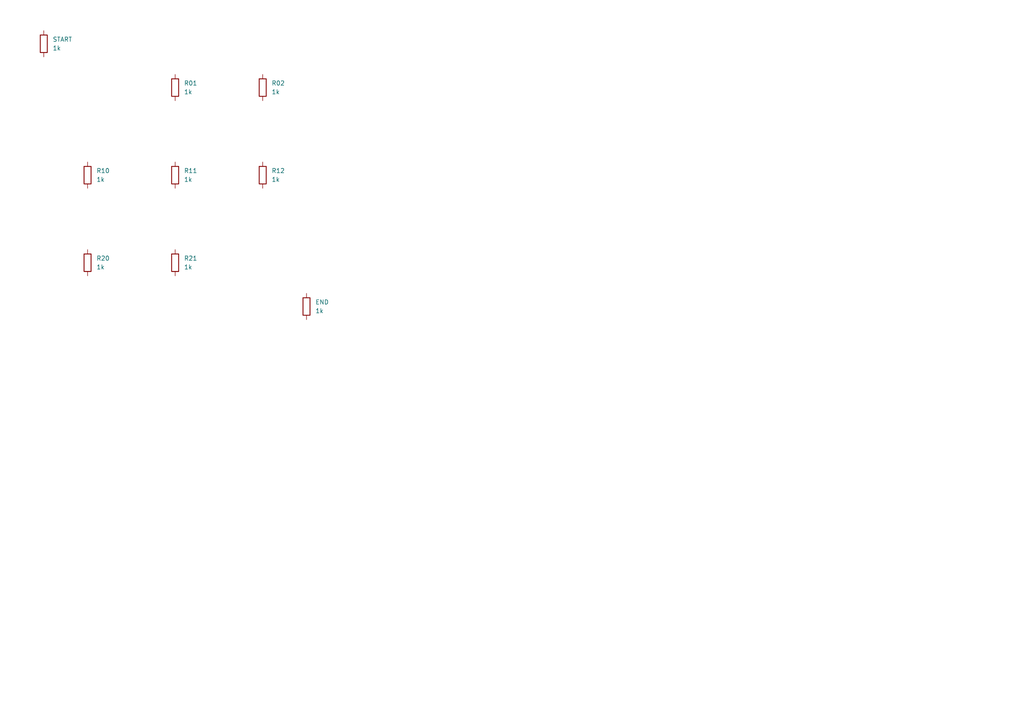
<source format=kicad_sch>
(kicad_sch (version 20250114) (generator "eeschema") (generator_version "9.0")
  (paper "A4")
  (title_block (title "Complex Obstacles Test"))
  (lib_symbols
    (symbol "Device:R" (pin_numbers (hide yes)) (pin_names (offset 0))
      (property "Reference" "R" (at 2.032 0 90))
      (property "Value" "R" (at 0 0 90))
      (symbol "R_0_1"
        (rectangle (start -1.016 -2.54) (end 1.016 2.54) (stroke (width 0.254)))
      )
      (symbol "R_1_1"
        (pin passive line (at 0 3.81 270) (length 1.27) (name "~") (number "1"))
        (pin passive line (at 0 -3.81 90) (length 1.27) (name "~") (number "2"))
      )
    )
  )
  (symbol (lib_id "Device:R") (at 50.8 25.4 0) (unit 1)
    (property "Reference" "R01" (at 53.34 24.1299 0) (effects (justify left)))
    (property "Value" "1k" (at 53.34 26.6699 0) (effects (justify left)))
  )
  (symbol (lib_id "Device:R") (at 76.2 25.4 0) (unit 1)
    (property "Reference" "R02" (at 78.74 24.1299 0) (effects (justify left)))
    (property "Value" "1k" (at 78.74 26.6699 0) (effects (justify left)))
  )
  (symbol (lib_id "Device:R") (at 25.4 50.8 0) (unit 1)
    (property "Reference" "R10" (at 27.94 49.5299 0) (effects (justify left)))
    (property "Value" "1k" (at 27.94 52.0699 0) (effects (justify left)))
  )
  (symbol (lib_id "Device:R") (at 50.8 50.8 0) (unit 1)
    (property "Reference" "R11" (at 53.34 49.5299 0) (effects (justify left)))
    (property "Value" "1k" (at 53.34 52.0699 0) (effects (justify left)))
  )
  (symbol (lib_id "Device:R") (at 76.2 50.8 0) (unit 1)
    (property "Reference" "R12" (at 78.74 49.5299 0) (effects (justify left)))
    (property "Value" "1k" (at 78.74 52.0699 0) (effects (justify left)))
  )
  (symbol (lib_id "Device:R") (at 25.4 76.2 0) (unit 1)
    (property "Reference" "R20" (at 27.94 74.9299 0) (effects (justify left)))
    (property "Value" "1k" (at 27.94 77.4699 0) (effects (justify left)))
  )
  (symbol (lib_id "Device:R") (at 50.8 76.2 0) (unit 1)
    (property "Reference" "R21" (at 53.34 74.9299 0) (effects (justify left)))
    (property "Value" "1k" (at 53.34 77.4699 0) (effects (justify left)))
  )
  (symbol (lib_id "Device:R") (at 12.7 12.7 0) (unit 1)
    (property "Reference" "START" (at 15.24 11.4299 0) (effects (justify left)))
    (property "Value" "1k" (at 15.24 13.9699 0) (effects (justify left)))
  )
  (symbol (lib_id "Device:R") (at 88.9 88.9 0) (unit 1)
    (property "Reference" "END" (at 91.44 87.6299 0) (effects (justify left)))
    (property "Value" "1k" (at 91.44 90.1699 0) (effects (justify left)))
  )
)
</source>
